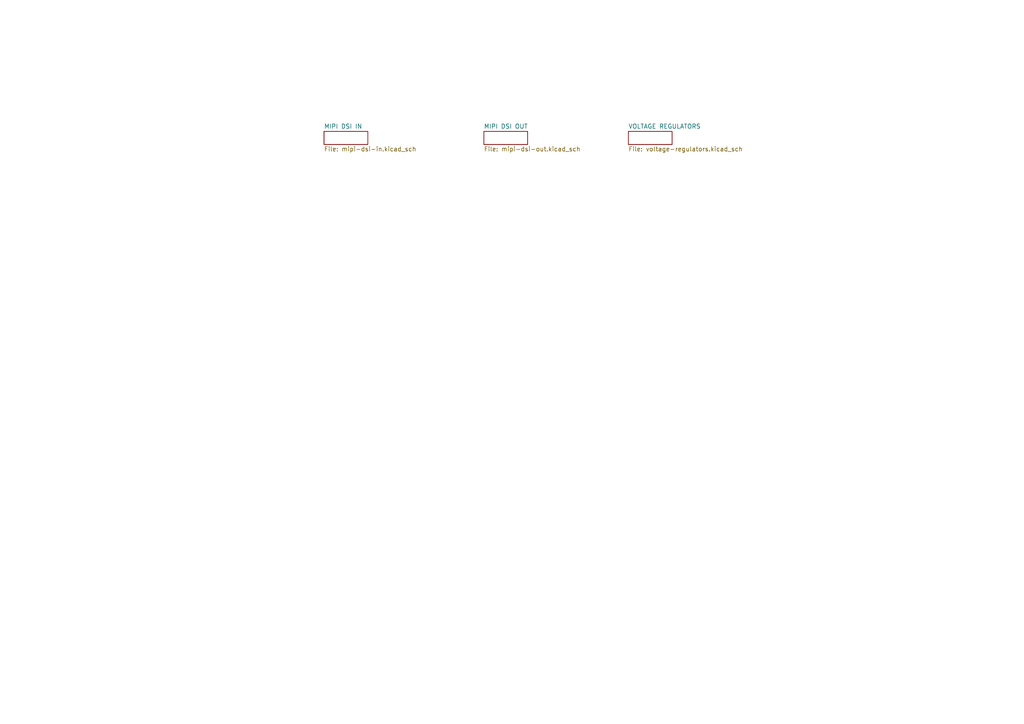
<source format=kicad_sch>
(kicad_sch
	(version 20231120)
	(generator "eeschema")
	(generator_version "8.0")
	(uuid "32028fb8-27d2-4a38-96f3-0c731f94a0fb")
	(paper "A4")
	(lib_symbols)
	(sheet
		(at 93.98 38.1)
		(size 12.7 3.81)
		(fields_autoplaced yes)
		(stroke
			(width 0.1524)
			(type solid)
		)
		(fill
			(color 0 0 0 0.0000)
		)
		(uuid "04300888-724e-4032-9936-870c854b9189")
		(property "Sheetname" "MIPI DSI IN"
			(at 93.98 37.3884 0)
			(effects
				(font
					(size 1.27 1.27)
				)
				(justify left bottom)
			)
		)
		(property "Sheetfile" "mipi-dsi-in.kicad_sch"
			(at 93.98 42.4946 0)
			(effects
				(font
					(size 1.27 1.27)
				)
				(justify left top)
			)
		)
		(instances
			(project "50-24-fpc-adapter-board"
				(path "/32028fb8-27d2-4a38-96f3-0c731f94a0fb"
					(page "2")
				)
			)
		)
	)
	(sheet
		(at 182.245 38.1)
		(size 12.7 3.81)
		(fields_autoplaced yes)
		(stroke
			(width 0.1524)
			(type solid)
		)
		(fill
			(color 0 0 0 0.0000)
		)
		(uuid "2847d775-b873-4b9d-9439-7c4e15c2b50a")
		(property "Sheetname" "VOLTAGE REGULATORS"
			(at 182.245 37.3884 0)
			(effects
				(font
					(size 1.27 1.27)
				)
				(justify left bottom)
			)
		)
		(property "Sheetfile" "voltage-regulators.kicad_sch"
			(at 182.245 42.4946 0)
			(effects
				(font
					(size 1.27 1.27)
				)
				(justify left top)
			)
		)
		(instances
			(project "50-24-fpc-adapter-board"
				(path "/32028fb8-27d2-4a38-96f3-0c731f94a0fb"
					(page "4")
				)
			)
		)
	)
	(sheet
		(at 140.335 38.1)
		(size 12.7 3.81)
		(fields_autoplaced yes)
		(stroke
			(width 0.1524)
			(type solid)
		)
		(fill
			(color 0 0 0 0.0000)
		)
		(uuid "ea03a3c5-5ac0-4618-bb08-06acbdff3056")
		(property "Sheetname" "MIPI DSI OUT"
			(at 140.335 37.3884 0)
			(effects
				(font
					(size 1.27 1.27)
				)
				(justify left bottom)
			)
		)
		(property "Sheetfile" "mipi-dsi-out.kicad_sch"
			(at 140.335 42.4946 0)
			(effects
				(font
					(size 1.27 1.27)
				)
				(justify left top)
			)
		)
		(instances
			(project "50-24-fpc-adapter-board"
				(path "/32028fb8-27d2-4a38-96f3-0c731f94a0fb"
					(page "3")
				)
			)
		)
	)
	(sheet_instances
		(path "/"
			(page "1")
		)
	)
)

</source>
